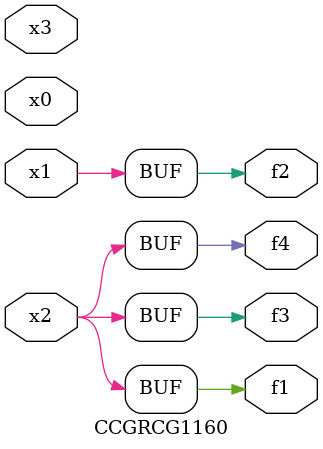
<source format=v>
module CCGRCG1160(
	input x0, x1, x2, x3,
	output f1, f2, f3, f4
);
	assign f1 = x2;
	assign f2 = x1;
	assign f3 = x2;
	assign f4 = x2;
endmodule

</source>
